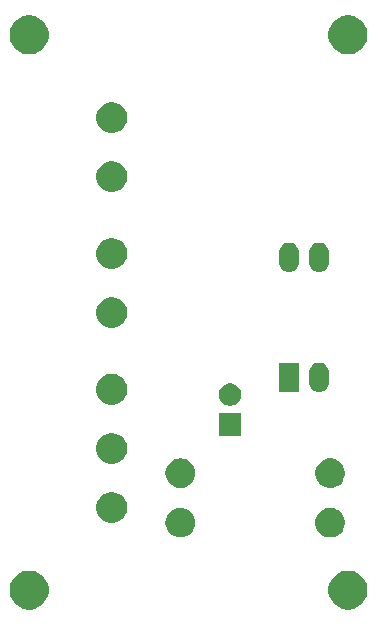
<source format=gbr>
G04 #@! TF.GenerationSoftware,KiCad,Pcbnew,(5.0.1)-3*
G04 #@! TF.CreationDate,2019-02-16T21:55:47-05:00*
G04 #@! TF.ProjectId,Zprobe Adaptor,5A70726F62652041646170746F722E6B,rev?*
G04 #@! TF.SameCoordinates,Original*
G04 #@! TF.FileFunction,Soldermask,Top*
G04 #@! TF.FilePolarity,Negative*
%FSLAX46Y46*%
G04 Gerber Fmt 4.6, Leading zero omitted, Abs format (unit mm)*
G04 Created by KiCad (PCBNEW (5.0.1)-3) date 2/16/2019 9:55:47 PM*
%MOMM*%
%LPD*%
G01*
G04 APERTURE LIST*
%ADD10C,0.100000*%
G04 APERTURE END LIST*
D10*
G36*
X120375256Y-104391298D02*
X120481579Y-104412447D01*
X120782042Y-104536903D01*
X121048852Y-104715180D01*
X121052454Y-104717587D01*
X121282413Y-104947546D01*
X121463098Y-105217960D01*
X121587553Y-105518422D01*
X121651000Y-105837389D01*
X121651000Y-106162611D01*
X121587553Y-106481578D01*
X121463098Y-106782040D01*
X121282413Y-107052454D01*
X121052454Y-107282413D01*
X121052451Y-107282415D01*
X120782042Y-107463097D01*
X120481579Y-107587553D01*
X120375256Y-107608702D01*
X120162611Y-107651000D01*
X119837389Y-107651000D01*
X119624744Y-107608702D01*
X119518421Y-107587553D01*
X119217958Y-107463097D01*
X118947549Y-107282415D01*
X118947546Y-107282413D01*
X118717587Y-107052454D01*
X118536902Y-106782040D01*
X118412447Y-106481578D01*
X118349000Y-106162611D01*
X118349000Y-105837389D01*
X118412447Y-105518422D01*
X118536902Y-105217960D01*
X118717587Y-104947546D01*
X118947546Y-104717587D01*
X118951148Y-104715180D01*
X119217958Y-104536903D01*
X119518421Y-104412447D01*
X119624744Y-104391298D01*
X119837389Y-104349000D01*
X120162611Y-104349000D01*
X120375256Y-104391298D01*
X120375256Y-104391298D01*
G37*
G36*
X93375256Y-104391298D02*
X93481579Y-104412447D01*
X93782042Y-104536903D01*
X94048852Y-104715180D01*
X94052454Y-104717587D01*
X94282413Y-104947546D01*
X94463098Y-105217960D01*
X94587553Y-105518422D01*
X94651000Y-105837389D01*
X94651000Y-106162611D01*
X94587553Y-106481578D01*
X94463098Y-106782040D01*
X94282413Y-107052454D01*
X94052454Y-107282413D01*
X94052451Y-107282415D01*
X93782042Y-107463097D01*
X93481579Y-107587553D01*
X93375256Y-107608702D01*
X93162611Y-107651000D01*
X92837389Y-107651000D01*
X92624744Y-107608702D01*
X92518421Y-107587553D01*
X92217958Y-107463097D01*
X91947549Y-107282415D01*
X91947546Y-107282413D01*
X91717587Y-107052454D01*
X91536902Y-106782040D01*
X91412447Y-106481578D01*
X91349000Y-106162611D01*
X91349000Y-105837389D01*
X91412447Y-105518422D01*
X91536902Y-105217960D01*
X91717587Y-104947546D01*
X91947546Y-104717587D01*
X91951148Y-104715180D01*
X92217958Y-104536903D01*
X92518421Y-104412447D01*
X92624744Y-104391298D01*
X92837389Y-104349000D01*
X93162611Y-104349000D01*
X93375256Y-104391298D01*
X93375256Y-104391298D01*
G37*
G36*
X118683636Y-99061019D02*
X118864903Y-99097075D01*
X119092571Y-99191378D01*
X119187488Y-99254800D01*
X119297469Y-99328287D01*
X119471713Y-99502531D01*
X119471715Y-99502534D01*
X119608622Y-99707429D01*
X119702925Y-99935097D01*
X119751000Y-100176787D01*
X119751000Y-100423213D01*
X119702925Y-100664903D01*
X119608622Y-100892571D01*
X119537921Y-100998382D01*
X119471713Y-101097469D01*
X119297469Y-101271713D01*
X119297466Y-101271715D01*
X119092571Y-101408622D01*
X118864903Y-101502925D01*
X118714213Y-101532899D01*
X118623214Y-101551000D01*
X118376786Y-101551000D01*
X118285787Y-101532899D01*
X118135097Y-101502925D01*
X117907429Y-101408622D01*
X117702534Y-101271715D01*
X117702531Y-101271713D01*
X117528287Y-101097469D01*
X117462079Y-100998382D01*
X117391378Y-100892571D01*
X117297075Y-100664903D01*
X117249000Y-100423213D01*
X117249000Y-100176787D01*
X117297075Y-99935097D01*
X117391378Y-99707429D01*
X117528285Y-99502534D01*
X117528287Y-99502531D01*
X117702531Y-99328287D01*
X117812512Y-99254800D01*
X117907429Y-99191378D01*
X118135097Y-99097075D01*
X118316365Y-99061019D01*
X118376786Y-99049000D01*
X118623214Y-99049000D01*
X118683636Y-99061019D01*
X118683636Y-99061019D01*
G37*
G36*
X106045239Y-99067101D02*
X106281053Y-99138634D01*
X106498381Y-99254799D01*
X106688871Y-99411129D01*
X106845201Y-99601619D01*
X106961366Y-99818947D01*
X107032899Y-100054761D01*
X107057053Y-100300000D01*
X107032899Y-100545239D01*
X106961366Y-100781053D01*
X106845201Y-100998381D01*
X106688871Y-101188871D01*
X106498381Y-101345201D01*
X106281053Y-101461366D01*
X106045239Y-101532899D01*
X105861457Y-101551000D01*
X105738543Y-101551000D01*
X105554761Y-101532899D01*
X105318947Y-101461366D01*
X105101619Y-101345201D01*
X104911129Y-101188871D01*
X104754799Y-100998381D01*
X104638634Y-100781053D01*
X104567101Y-100545239D01*
X104542947Y-100300000D01*
X104567101Y-100054761D01*
X104638634Y-99818947D01*
X104754799Y-99601619D01*
X104911129Y-99411129D01*
X105101619Y-99254799D01*
X105318947Y-99138634D01*
X105554761Y-99067101D01*
X105738543Y-99049000D01*
X105861457Y-99049000D01*
X106045239Y-99067101D01*
X106045239Y-99067101D01*
G37*
G36*
X100379485Y-97748996D02*
X100379487Y-97748997D01*
X100379488Y-97748997D01*
X100616255Y-97847069D01*
X100829342Y-97989449D01*
X101010551Y-98170658D01*
X101152931Y-98383745D01*
X101251004Y-98620515D01*
X101301000Y-98871861D01*
X101301000Y-99128139D01*
X101251004Y-99379485D01*
X101152931Y-99616255D01*
X101010551Y-99829342D01*
X100829342Y-100010551D01*
X100829339Y-100010553D01*
X100616255Y-100152931D01*
X100379488Y-100251003D01*
X100379487Y-100251003D01*
X100379485Y-100251004D01*
X100128139Y-100301000D01*
X99871861Y-100301000D01*
X99620515Y-100251004D01*
X99620513Y-100251003D01*
X99620512Y-100251003D01*
X99383745Y-100152931D01*
X99170661Y-100010553D01*
X99170658Y-100010551D01*
X98989449Y-99829342D01*
X98847069Y-99616255D01*
X98748996Y-99379485D01*
X98699000Y-99128139D01*
X98699000Y-98871861D01*
X98748996Y-98620515D01*
X98847069Y-98383745D01*
X98989449Y-98170658D01*
X99170658Y-97989449D01*
X99383745Y-97847069D01*
X99620512Y-97748997D01*
X99620513Y-97748997D01*
X99620515Y-97748996D01*
X99871861Y-97699000D01*
X100128139Y-97699000D01*
X100379485Y-97748996D01*
X100379485Y-97748996D01*
G37*
G36*
X118683635Y-94861019D02*
X118864903Y-94897075D01*
X119092571Y-94991378D01*
X119187488Y-95054800D01*
X119297469Y-95128287D01*
X119471713Y-95302531D01*
X119471715Y-95302534D01*
X119608622Y-95507429D01*
X119702925Y-95735097D01*
X119751000Y-95976787D01*
X119751000Y-96223213D01*
X119702925Y-96464903D01*
X119608622Y-96692571D01*
X119537921Y-96798382D01*
X119471713Y-96897469D01*
X119297469Y-97071713D01*
X119297466Y-97071715D01*
X119092571Y-97208622D01*
X118864903Y-97302925D01*
X118714213Y-97332899D01*
X118623214Y-97351000D01*
X118376786Y-97351000D01*
X118285787Y-97332899D01*
X118135097Y-97302925D01*
X117907429Y-97208622D01*
X117702534Y-97071715D01*
X117702531Y-97071713D01*
X117528287Y-96897469D01*
X117462079Y-96798382D01*
X117391378Y-96692571D01*
X117297075Y-96464903D01*
X117249000Y-96223213D01*
X117249000Y-95976787D01*
X117297075Y-95735097D01*
X117391378Y-95507429D01*
X117528285Y-95302534D01*
X117528287Y-95302531D01*
X117702531Y-95128287D01*
X117812512Y-95054800D01*
X117907429Y-94991378D01*
X118135097Y-94897075D01*
X118316365Y-94861019D01*
X118376786Y-94849000D01*
X118623214Y-94849000D01*
X118683635Y-94861019D01*
X118683635Y-94861019D01*
G37*
G36*
X106045239Y-94867101D02*
X106281053Y-94938634D01*
X106498381Y-95054799D01*
X106688871Y-95211129D01*
X106845201Y-95401619D01*
X106961366Y-95618947D01*
X107032899Y-95854761D01*
X107057053Y-96100000D01*
X107032899Y-96345239D01*
X106961366Y-96581053D01*
X106845201Y-96798381D01*
X106688871Y-96988871D01*
X106498381Y-97145201D01*
X106281053Y-97261366D01*
X106045239Y-97332899D01*
X105861457Y-97351000D01*
X105738543Y-97351000D01*
X105554761Y-97332899D01*
X105318947Y-97261366D01*
X105101619Y-97145201D01*
X104911129Y-96988871D01*
X104754799Y-96798381D01*
X104638634Y-96581053D01*
X104567101Y-96345239D01*
X104542947Y-96100000D01*
X104567101Y-95854761D01*
X104638634Y-95618947D01*
X104754799Y-95401619D01*
X104911129Y-95211129D01*
X105101619Y-95054799D01*
X105318947Y-94938634D01*
X105554761Y-94867101D01*
X105738543Y-94849000D01*
X105861457Y-94849000D01*
X106045239Y-94867101D01*
X106045239Y-94867101D01*
G37*
G36*
X100379485Y-92748996D02*
X100379487Y-92748997D01*
X100379488Y-92748997D01*
X100616255Y-92847069D01*
X100829342Y-92989449D01*
X101010551Y-93170658D01*
X101152931Y-93383745D01*
X101251004Y-93620515D01*
X101301000Y-93871861D01*
X101301000Y-94128139D01*
X101251004Y-94379485D01*
X101152931Y-94616255D01*
X101010551Y-94829342D01*
X100829342Y-95010551D01*
X100829339Y-95010553D01*
X100616255Y-95152931D01*
X100379488Y-95251003D01*
X100379487Y-95251003D01*
X100379485Y-95251004D01*
X100128139Y-95301000D01*
X99871861Y-95301000D01*
X99620515Y-95251004D01*
X99620513Y-95251003D01*
X99620512Y-95251003D01*
X99383745Y-95152931D01*
X99170661Y-95010553D01*
X99170658Y-95010551D01*
X98989449Y-94829342D01*
X98847069Y-94616255D01*
X98748996Y-94379485D01*
X98699000Y-94128139D01*
X98699000Y-93871861D01*
X98748996Y-93620515D01*
X98847069Y-93383745D01*
X98989449Y-93170658D01*
X99170658Y-92989449D01*
X99383745Y-92847069D01*
X99620512Y-92748997D01*
X99620513Y-92748997D01*
X99620515Y-92748996D01*
X99871861Y-92699000D01*
X100128139Y-92699000D01*
X100379485Y-92748996D01*
X100379485Y-92748996D01*
G37*
G36*
X110951000Y-92951000D02*
X109049000Y-92951000D01*
X109049000Y-91049000D01*
X110951000Y-91049000D01*
X110951000Y-92951000D01*
X110951000Y-92951000D01*
G37*
G36*
X110277396Y-88545546D02*
X110450466Y-88617234D01*
X110606230Y-88721312D01*
X110738688Y-88853770D01*
X110842766Y-89009534D01*
X110914454Y-89182604D01*
X110951000Y-89366333D01*
X110951000Y-89553667D01*
X110914454Y-89737396D01*
X110842766Y-89910466D01*
X110738688Y-90066230D01*
X110606230Y-90198688D01*
X110450466Y-90302766D01*
X110277396Y-90374454D01*
X110093667Y-90411000D01*
X109906333Y-90411000D01*
X109722604Y-90374454D01*
X109549534Y-90302766D01*
X109393770Y-90198688D01*
X109261312Y-90066230D01*
X109157234Y-89910466D01*
X109085546Y-89737396D01*
X109049000Y-89553667D01*
X109049000Y-89366333D01*
X109085546Y-89182604D01*
X109157234Y-89009534D01*
X109261312Y-88853770D01*
X109393770Y-88721312D01*
X109549534Y-88617234D01*
X109722604Y-88545546D01*
X109906333Y-88509000D01*
X110093667Y-88509000D01*
X110277396Y-88545546D01*
X110277396Y-88545546D01*
G37*
G36*
X100379485Y-87748996D02*
X100379487Y-87748997D01*
X100379488Y-87748997D01*
X100616255Y-87847069D01*
X100829342Y-87989449D01*
X101010551Y-88170658D01*
X101010553Y-88170661D01*
X101152931Y-88383745D01*
X101249646Y-88617235D01*
X101251004Y-88620515D01*
X101301000Y-88871861D01*
X101301000Y-89128139D01*
X101251004Y-89379485D01*
X101152931Y-89616255D01*
X101010551Y-89829342D01*
X100829342Y-90010551D01*
X100829339Y-90010553D01*
X100616255Y-90152931D01*
X100379488Y-90251003D01*
X100379487Y-90251003D01*
X100379485Y-90251004D01*
X100128139Y-90301000D01*
X99871861Y-90301000D01*
X99620515Y-90251004D01*
X99620513Y-90251003D01*
X99620512Y-90251003D01*
X99383745Y-90152931D01*
X99170661Y-90010553D01*
X99170658Y-90010551D01*
X98989449Y-89829342D01*
X98847069Y-89616255D01*
X98748996Y-89379485D01*
X98699000Y-89128139D01*
X98699000Y-88871861D01*
X98748996Y-88620515D01*
X98750355Y-88617235D01*
X98847069Y-88383745D01*
X98989447Y-88170661D01*
X98989449Y-88170658D01*
X99170658Y-87989449D01*
X99383745Y-87847069D01*
X99620512Y-87748997D01*
X99620513Y-87748997D01*
X99620515Y-87748996D01*
X99871861Y-87699000D01*
X100128139Y-87699000D01*
X100379485Y-87748996D01*
X100379485Y-87748996D01*
G37*
G36*
X117706820Y-86761313D02*
X117706823Y-86761314D01*
X117706824Y-86761314D01*
X117867238Y-86809975D01*
X117867240Y-86809976D01*
X117867243Y-86809977D01*
X118015078Y-86888995D01*
X118144659Y-86995341D01*
X118251005Y-87124922D01*
X118330023Y-87272756D01*
X118378687Y-87433179D01*
X118391000Y-87558196D01*
X118391000Y-88441803D01*
X118378687Y-88566820D01*
X118378686Y-88566822D01*
X118378686Y-88566825D01*
X118330025Y-88727239D01*
X118330023Y-88727244D01*
X118251005Y-88875078D01*
X118144659Y-89004659D01*
X118015078Y-89111005D01*
X117867244Y-89190023D01*
X117867241Y-89190024D01*
X117867239Y-89190025D01*
X117706825Y-89238686D01*
X117706824Y-89238686D01*
X117706821Y-89238687D01*
X117540000Y-89255117D01*
X117373180Y-89238687D01*
X117373177Y-89238686D01*
X117373176Y-89238686D01*
X117212762Y-89190025D01*
X117212760Y-89190024D01*
X117212757Y-89190023D01*
X117064923Y-89111005D01*
X116935342Y-89004659D01*
X116828996Y-88875078D01*
X116749978Y-88727244D01*
X116748179Y-88721312D01*
X116701315Y-88566825D01*
X116701315Y-88566824D01*
X116701314Y-88566821D01*
X116689000Y-88441803D01*
X116689000Y-87558197D01*
X116701313Y-87433180D01*
X116701314Y-87433176D01*
X116749975Y-87272762D01*
X116749976Y-87272760D01*
X116749977Y-87272757D01*
X116828995Y-87124922D01*
X116935341Y-86995341D01*
X117064922Y-86888995D01*
X117212756Y-86809977D01*
X117212759Y-86809976D01*
X117212761Y-86809975D01*
X117373175Y-86761314D01*
X117373176Y-86761314D01*
X117373179Y-86761313D01*
X117540000Y-86744883D01*
X117706820Y-86761313D01*
X117706820Y-86761313D01*
G37*
G36*
X115851000Y-89251000D02*
X114149000Y-89251000D01*
X114149000Y-86749000D01*
X115851000Y-86749000D01*
X115851000Y-89251000D01*
X115851000Y-89251000D01*
G37*
G36*
X100379485Y-81248996D02*
X100379487Y-81248997D01*
X100379488Y-81248997D01*
X100616255Y-81347069D01*
X100829342Y-81489449D01*
X101010551Y-81670658D01*
X101152931Y-81883745D01*
X101251004Y-82120515D01*
X101301000Y-82371861D01*
X101301000Y-82628139D01*
X101251004Y-82879485D01*
X101152931Y-83116255D01*
X101010551Y-83329342D01*
X100829342Y-83510551D01*
X100829339Y-83510553D01*
X100616255Y-83652931D01*
X100379488Y-83751003D01*
X100379487Y-83751003D01*
X100379485Y-83751004D01*
X100128139Y-83801000D01*
X99871861Y-83801000D01*
X99620515Y-83751004D01*
X99620513Y-83751003D01*
X99620512Y-83751003D01*
X99383745Y-83652931D01*
X99170661Y-83510553D01*
X99170658Y-83510551D01*
X98989449Y-83329342D01*
X98847069Y-83116255D01*
X98748996Y-82879485D01*
X98699000Y-82628139D01*
X98699000Y-82371861D01*
X98748996Y-82120515D01*
X98847069Y-81883745D01*
X98989449Y-81670658D01*
X99170658Y-81489449D01*
X99383745Y-81347069D01*
X99620512Y-81248997D01*
X99620513Y-81248997D01*
X99620515Y-81248996D01*
X99871861Y-81199000D01*
X100128139Y-81199000D01*
X100379485Y-81248996D01*
X100379485Y-81248996D01*
G37*
G36*
X117706820Y-76601313D02*
X117706823Y-76601314D01*
X117706824Y-76601314D01*
X117867238Y-76649975D01*
X117867240Y-76649976D01*
X117867243Y-76649977D01*
X118015078Y-76728995D01*
X118144659Y-76835341D01*
X118251005Y-76964922D01*
X118330023Y-77112756D01*
X118378687Y-77273179D01*
X118391000Y-77398196D01*
X118391000Y-78281803D01*
X118378687Y-78406820D01*
X118378686Y-78406822D01*
X118378686Y-78406825D01*
X118347221Y-78510551D01*
X118330023Y-78567244D01*
X118251005Y-78715078D01*
X118144659Y-78844659D01*
X118015078Y-78951005D01*
X117867244Y-79030023D01*
X117867241Y-79030024D01*
X117867239Y-79030025D01*
X117706825Y-79078686D01*
X117706824Y-79078686D01*
X117706821Y-79078687D01*
X117540000Y-79095117D01*
X117373180Y-79078687D01*
X117373177Y-79078686D01*
X117373176Y-79078686D01*
X117212762Y-79030025D01*
X117212760Y-79030024D01*
X117212757Y-79030023D01*
X117064923Y-78951005D01*
X116935342Y-78844659D01*
X116828996Y-78715078D01*
X116749978Y-78567244D01*
X116701314Y-78406821D01*
X116689000Y-78281803D01*
X116689000Y-77398197D01*
X116701313Y-77273180D01*
X116701314Y-77273176D01*
X116749975Y-77112762D01*
X116749976Y-77112760D01*
X116749977Y-77112757D01*
X116828995Y-76964922D01*
X116935341Y-76835341D01*
X117064922Y-76728995D01*
X117212756Y-76649977D01*
X117212759Y-76649976D01*
X117212761Y-76649975D01*
X117373175Y-76601314D01*
X117373176Y-76601314D01*
X117373179Y-76601313D01*
X117540000Y-76584883D01*
X117706820Y-76601313D01*
X117706820Y-76601313D01*
G37*
G36*
X115166820Y-76601313D02*
X115166823Y-76601314D01*
X115166824Y-76601314D01*
X115327238Y-76649975D01*
X115327240Y-76649976D01*
X115327243Y-76649977D01*
X115475078Y-76728995D01*
X115604659Y-76835341D01*
X115711005Y-76964922D01*
X115790023Y-77112756D01*
X115838687Y-77273179D01*
X115851000Y-77398196D01*
X115851000Y-78281803D01*
X115838687Y-78406820D01*
X115838686Y-78406822D01*
X115838686Y-78406825D01*
X115807221Y-78510551D01*
X115790023Y-78567244D01*
X115711005Y-78715078D01*
X115604659Y-78844659D01*
X115475078Y-78951005D01*
X115327244Y-79030023D01*
X115327241Y-79030024D01*
X115327239Y-79030025D01*
X115166825Y-79078686D01*
X115166824Y-79078686D01*
X115166821Y-79078687D01*
X115000000Y-79095117D01*
X114833180Y-79078687D01*
X114833177Y-79078686D01*
X114833176Y-79078686D01*
X114672762Y-79030025D01*
X114672760Y-79030024D01*
X114672757Y-79030023D01*
X114524923Y-78951005D01*
X114395342Y-78844659D01*
X114288996Y-78715078D01*
X114209978Y-78567244D01*
X114161314Y-78406821D01*
X114149000Y-78281803D01*
X114149000Y-77398197D01*
X114161313Y-77273180D01*
X114161314Y-77273176D01*
X114209975Y-77112762D01*
X114209976Y-77112760D01*
X114209977Y-77112757D01*
X114288995Y-76964922D01*
X114395341Y-76835341D01*
X114524922Y-76728995D01*
X114672756Y-76649977D01*
X114672759Y-76649976D01*
X114672761Y-76649975D01*
X114833175Y-76601314D01*
X114833176Y-76601314D01*
X114833179Y-76601313D01*
X115000000Y-76584883D01*
X115166820Y-76601313D01*
X115166820Y-76601313D01*
G37*
G36*
X100379485Y-76248996D02*
X100379487Y-76248997D01*
X100379488Y-76248997D01*
X100616255Y-76347069D01*
X100829342Y-76489449D01*
X101010551Y-76670658D01*
X101010553Y-76670661D01*
X101152931Y-76883745D01*
X101186556Y-76964922D01*
X101251004Y-77120515D01*
X101301000Y-77371861D01*
X101301000Y-77628139D01*
X101251004Y-77879485D01*
X101152931Y-78116255D01*
X101010551Y-78329342D01*
X100829342Y-78510551D01*
X100829339Y-78510553D01*
X100616255Y-78652931D01*
X100379488Y-78751003D01*
X100379487Y-78751003D01*
X100379485Y-78751004D01*
X100128139Y-78801000D01*
X99871861Y-78801000D01*
X99620515Y-78751004D01*
X99620513Y-78751003D01*
X99620512Y-78751003D01*
X99383745Y-78652931D01*
X99170661Y-78510553D01*
X99170658Y-78510551D01*
X98989449Y-78329342D01*
X98847069Y-78116255D01*
X98748996Y-77879485D01*
X98699000Y-77628139D01*
X98699000Y-77371861D01*
X98748996Y-77120515D01*
X98813445Y-76964922D01*
X98847069Y-76883745D01*
X98989447Y-76670661D01*
X98989449Y-76670658D01*
X99170658Y-76489449D01*
X99383745Y-76347069D01*
X99620512Y-76248997D01*
X99620513Y-76248997D01*
X99620515Y-76248996D01*
X99871861Y-76199000D01*
X100128139Y-76199000D01*
X100379485Y-76248996D01*
X100379485Y-76248996D01*
G37*
G36*
X100379485Y-69748996D02*
X100379487Y-69748997D01*
X100379488Y-69748997D01*
X100616255Y-69847069D01*
X100829342Y-69989449D01*
X101010551Y-70170658D01*
X101152931Y-70383745D01*
X101251004Y-70620515D01*
X101301000Y-70871861D01*
X101301000Y-71128139D01*
X101251004Y-71379485D01*
X101152931Y-71616255D01*
X101010551Y-71829342D01*
X100829342Y-72010551D01*
X100829339Y-72010553D01*
X100616255Y-72152931D01*
X100379488Y-72251003D01*
X100379487Y-72251003D01*
X100379485Y-72251004D01*
X100128139Y-72301000D01*
X99871861Y-72301000D01*
X99620515Y-72251004D01*
X99620513Y-72251003D01*
X99620512Y-72251003D01*
X99383745Y-72152931D01*
X99170661Y-72010553D01*
X99170658Y-72010551D01*
X98989449Y-71829342D01*
X98847069Y-71616255D01*
X98748996Y-71379485D01*
X98699000Y-71128139D01*
X98699000Y-70871861D01*
X98748996Y-70620515D01*
X98847069Y-70383745D01*
X98989449Y-70170658D01*
X99170658Y-69989449D01*
X99383745Y-69847069D01*
X99620512Y-69748997D01*
X99620513Y-69748997D01*
X99620515Y-69748996D01*
X99871861Y-69699000D01*
X100128139Y-69699000D01*
X100379485Y-69748996D01*
X100379485Y-69748996D01*
G37*
G36*
X100379485Y-64748996D02*
X100379487Y-64748997D01*
X100379488Y-64748997D01*
X100616255Y-64847069D01*
X100829342Y-64989449D01*
X101010551Y-65170658D01*
X101152931Y-65383745D01*
X101251004Y-65620515D01*
X101301000Y-65871861D01*
X101301000Y-66128139D01*
X101251004Y-66379485D01*
X101152931Y-66616255D01*
X101010551Y-66829342D01*
X100829342Y-67010551D01*
X100829339Y-67010553D01*
X100616255Y-67152931D01*
X100379488Y-67251003D01*
X100379487Y-67251003D01*
X100379485Y-67251004D01*
X100128139Y-67301000D01*
X99871861Y-67301000D01*
X99620515Y-67251004D01*
X99620513Y-67251003D01*
X99620512Y-67251003D01*
X99383745Y-67152931D01*
X99170661Y-67010553D01*
X99170658Y-67010551D01*
X98989449Y-66829342D01*
X98847069Y-66616255D01*
X98748996Y-66379485D01*
X98699000Y-66128139D01*
X98699000Y-65871861D01*
X98748996Y-65620515D01*
X98847069Y-65383745D01*
X98989449Y-65170658D01*
X99170658Y-64989449D01*
X99383745Y-64847069D01*
X99620512Y-64748997D01*
X99620513Y-64748997D01*
X99620515Y-64748996D01*
X99871861Y-64699000D01*
X100128139Y-64699000D01*
X100379485Y-64748996D01*
X100379485Y-64748996D01*
G37*
G36*
X93375256Y-57391298D02*
X93481579Y-57412447D01*
X93782042Y-57536903D01*
X94048852Y-57715180D01*
X94052454Y-57717587D01*
X94282413Y-57947546D01*
X94463098Y-58217960D01*
X94587553Y-58518422D01*
X94651000Y-58837389D01*
X94651000Y-59162611D01*
X94587553Y-59481578D01*
X94463098Y-59782040D01*
X94282413Y-60052454D01*
X94052454Y-60282413D01*
X94052451Y-60282415D01*
X93782042Y-60463097D01*
X93481579Y-60587553D01*
X93375256Y-60608702D01*
X93162611Y-60651000D01*
X92837389Y-60651000D01*
X92624744Y-60608702D01*
X92518421Y-60587553D01*
X92217958Y-60463097D01*
X91947549Y-60282415D01*
X91947546Y-60282413D01*
X91717587Y-60052454D01*
X91536902Y-59782040D01*
X91412447Y-59481578D01*
X91349000Y-59162611D01*
X91349000Y-58837389D01*
X91412447Y-58518422D01*
X91536902Y-58217960D01*
X91717587Y-57947546D01*
X91947546Y-57717587D01*
X91951148Y-57715180D01*
X92217958Y-57536903D01*
X92518421Y-57412447D01*
X92624744Y-57391298D01*
X92837389Y-57349000D01*
X93162611Y-57349000D01*
X93375256Y-57391298D01*
X93375256Y-57391298D01*
G37*
G36*
X120375256Y-57391298D02*
X120481579Y-57412447D01*
X120782042Y-57536903D01*
X121048852Y-57715180D01*
X121052454Y-57717587D01*
X121282413Y-57947546D01*
X121463098Y-58217960D01*
X121587553Y-58518422D01*
X121651000Y-58837389D01*
X121651000Y-59162611D01*
X121587553Y-59481578D01*
X121463098Y-59782040D01*
X121282413Y-60052454D01*
X121052454Y-60282413D01*
X121052451Y-60282415D01*
X120782042Y-60463097D01*
X120481579Y-60587553D01*
X120375256Y-60608702D01*
X120162611Y-60651000D01*
X119837389Y-60651000D01*
X119624744Y-60608702D01*
X119518421Y-60587553D01*
X119217958Y-60463097D01*
X118947549Y-60282415D01*
X118947546Y-60282413D01*
X118717587Y-60052454D01*
X118536902Y-59782040D01*
X118412447Y-59481578D01*
X118349000Y-59162611D01*
X118349000Y-58837389D01*
X118412447Y-58518422D01*
X118536902Y-58217960D01*
X118717587Y-57947546D01*
X118947546Y-57717587D01*
X118951148Y-57715180D01*
X119217958Y-57536903D01*
X119518421Y-57412447D01*
X119624744Y-57391298D01*
X119837389Y-57349000D01*
X120162611Y-57349000D01*
X120375256Y-57391298D01*
X120375256Y-57391298D01*
G37*
M02*

</source>
